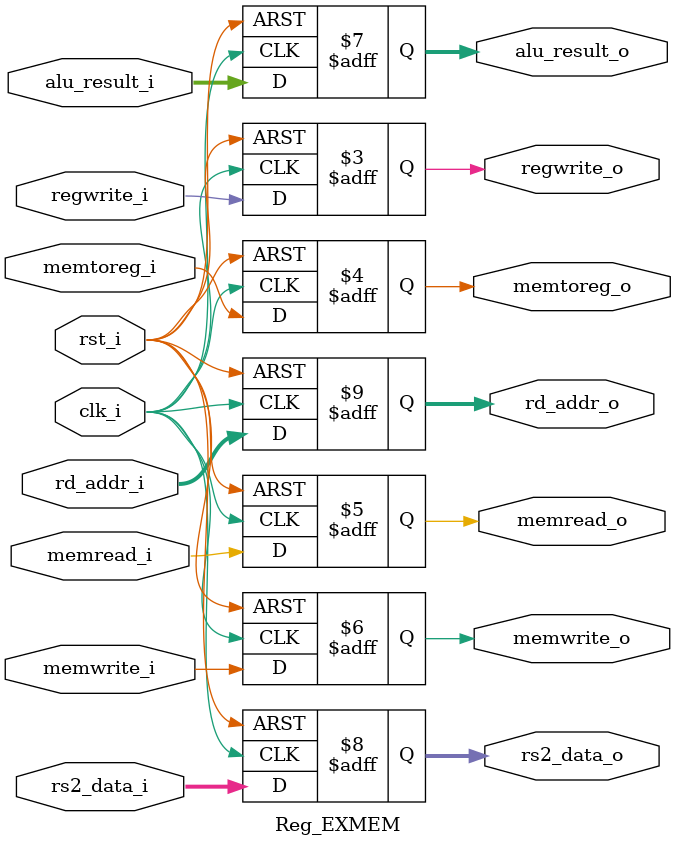
<source format=v>
module Reg_EXMEM (
    rst_i,
    clk_i,
    regwrite_i,
    memtoreg_i,
    memread_i,
    memwrite_i,
    alu_result_i,
    rs2_data_i,
    rd_addr_i,
    regwrite_o,
    memtoreg_o,
    memread_o,
    memwrite_o,
    alu_result_o,
    rs2_data_o,
    rd_addr_o
);

// Inputs
input rst_i;
input clk_i;
input regwrite_i;
input memtoreg_i;
input memread_i;
input memwrite_i;
input [31:0] alu_result_i;
input [31:0] rs2_data_i;
input [4:0] rd_addr_i;

// Outputs
output reg regwrite_o;
output reg memtoreg_o;
output reg memread_o;
output reg memwrite_o;
output reg [31:0] alu_result_o;
output reg [31:0] rs2_data_o;
output reg [4:0] rd_addr_o;

always @(posedge clk_i or negedge rst_i)
    if (~rst_i) begin
        regwrite_o <= 1'b0;
        memtoreg_o <= 1'b0;
        memread_o <= 1'b0;
        memwrite_o <= 1'b0;
        alu_result_o <= 32'b0;
        rs2_data_o <= 32'b0;
        rd_addr_o <= 5'b0;
    end 
    else begin
        regwrite_o <= regwrite_i;
        memtoreg_o <= memtoreg_i;
        memread_o <= memread_i;
        memwrite_o <= memwrite_i;
        alu_result_o <= alu_result_i;
        rs2_data_o <= rs2_data_i;
        rd_addr_o <= rd_addr_i;
    end
    
endmodule
</source>
